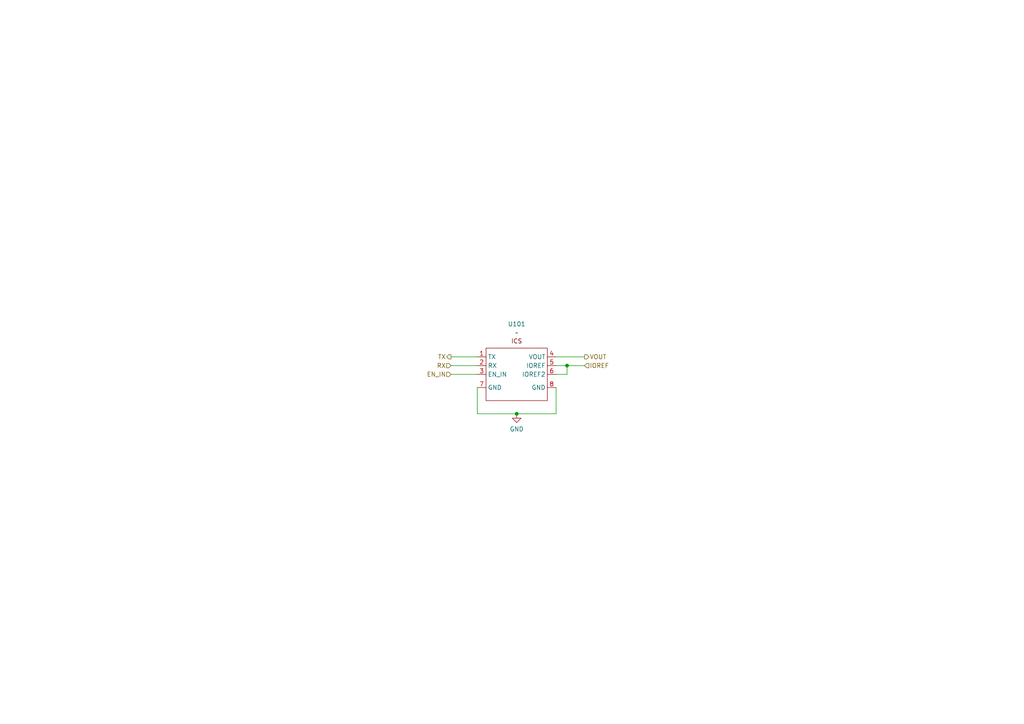
<source format=kicad_sch>
(kicad_sch
	(version 20231120)
	(generator "eeschema")
	(generator_version "8.0")
	(uuid "ca439061-0b3b-4935-b71d-3942d04dfcf2")
	(paper "A4")
	(lib_symbols
		(symbol "WOBCLibrary:ICS"
			(exclude_from_sim no)
			(in_bom yes)
			(on_board yes)
			(property "Reference" "U"
				(at 0 8.382 0)
				(effects
					(font
						(size 1.27 1.27)
					)
				)
			)
			(property "Value" ""
				(at -2.54 0 0)
				(effects
					(font
						(size 1.27 1.27)
					)
				)
			)
			(property "Footprint" ""
				(at -2.54 0 0)
				(effects
					(font
						(size 1.27 1.27)
					)
					(hide yes)
				)
			)
			(property "Datasheet" ""
				(at -2.54 0 0)
				(effects
					(font
						(size 1.27 1.27)
					)
					(hide yes)
				)
			)
			(property "Description" ""
				(at -2.54 0 0)
				(effects
					(font
						(size 1.27 1.27)
					)
					(hide yes)
				)
			)
			(symbol "ICS_0_1"
				(rectangle
					(start -8.89 3.81)
					(end 8.89 -11.43)
					(stroke
						(width 0)
						(type default)
					)
					(fill
						(type none)
					)
				)
			)
			(symbol "ICS_1_1"
				(text "ICS"
					(at 0 5.842 0)
					(effects
						(font
							(size 1.27 1.27)
						)
					)
				)
				(pin output line
					(at -11.43 1.27 0)
					(length 2.54)
					(name "TX"
						(effects
							(font
								(size 1.27 1.27)
							)
						)
					)
					(number "1"
						(effects
							(font
								(size 1.27 1.27)
							)
						)
					)
				)
				(pin input line
					(at -11.43 -1.27 0)
					(length 2.54)
					(name "RX"
						(effects
							(font
								(size 1.27 1.27)
							)
						)
					)
					(number "2"
						(effects
							(font
								(size 1.27 1.27)
							)
						)
					)
				)
				(pin input line
					(at -11.43 -3.81 0)
					(length 2.54)
					(name "EN_IN"
						(effects
							(font
								(size 1.27 1.27)
							)
						)
					)
					(number "3"
						(effects
							(font
								(size 1.27 1.27)
							)
						)
					)
				)
				(pin output line
					(at 11.43 1.27 180)
					(length 2.54)
					(name "VOUT"
						(effects
							(font
								(size 1.27 1.27)
							)
						)
					)
					(number "4"
						(effects
							(font
								(size 1.27 1.27)
							)
						)
					)
				)
				(pin input line
					(at 11.43 -1.27 180)
					(length 2.54)
					(name "IOREF"
						(effects
							(font
								(size 1.27 1.27)
							)
						)
					)
					(number "5"
						(effects
							(font
								(size 1.27 1.27)
							)
						)
					)
				)
				(pin input line
					(at 11.43 -3.81 180)
					(length 2.54)
					(name "IOREF2"
						(effects
							(font
								(size 1.27 1.27)
							)
						)
					)
					(number "6"
						(effects
							(font
								(size 1.27 1.27)
							)
						)
					)
				)
				(pin input line
					(at -11.43 -7.62 0)
					(length 2.54)
					(name "GND"
						(effects
							(font
								(size 1.27 1.27)
							)
						)
					)
					(number "7"
						(effects
							(font
								(size 1.27 1.27)
							)
						)
					)
				)
				(pin input line
					(at 11.43 -7.62 180)
					(length 2.54)
					(name "GND"
						(effects
							(font
								(size 1.27 1.27)
							)
						)
					)
					(number "8"
						(effects
							(font
								(size 1.27 1.27)
							)
						)
					)
				)
			)
		)
		(symbol "power:GND"
			(power)
			(pin_numbers hide)
			(pin_names
				(offset 0) hide)
			(exclude_from_sim no)
			(in_bom yes)
			(on_board yes)
			(property "Reference" "#PWR"
				(at 0 -6.35 0)
				(effects
					(font
						(size 1.27 1.27)
					)
					(hide yes)
				)
			)
			(property "Value" "GND"
				(at 0 -3.81 0)
				(effects
					(font
						(size 1.27 1.27)
					)
				)
			)
			(property "Footprint" ""
				(at 0 0 0)
				(effects
					(font
						(size 1.27 1.27)
					)
					(hide yes)
				)
			)
			(property "Datasheet" ""
				(at 0 0 0)
				(effects
					(font
						(size 1.27 1.27)
					)
					(hide yes)
				)
			)
			(property "Description" "Power symbol creates a global label with name \"GND\" , ground"
				(at 0 0 0)
				(effects
					(font
						(size 1.27 1.27)
					)
					(hide yes)
				)
			)
			(property "ki_keywords" "global power"
				(at 0 0 0)
				(effects
					(font
						(size 1.27 1.27)
					)
					(hide yes)
				)
			)
			(symbol "GND_0_1"
				(polyline
					(pts
						(xy 0 0) (xy 0 -1.27) (xy 1.27 -1.27) (xy 0 -2.54) (xy -1.27 -1.27) (xy 0 -1.27)
					)
					(stroke
						(width 0)
						(type default)
					)
					(fill
						(type none)
					)
				)
			)
			(symbol "GND_1_1"
				(pin power_in line
					(at 0 0 270)
					(length 0)
					(name "~"
						(effects
							(font
								(size 1.27 1.27)
							)
						)
					)
					(number "1"
						(effects
							(font
								(size 1.27 1.27)
							)
						)
					)
				)
			)
		)
	)
	(junction
		(at 149.86 120.015)
		(diameter 0)
		(color 0 0 0 0)
		(uuid "1d282216-1a13-4127-a480-2ec3371af971")
	)
	(junction
		(at 164.465 106.045)
		(diameter 0)
		(color 0 0 0 0)
		(uuid "7e280e4d-300b-4e39-b5e2-2336fec03b53")
	)
	(wire
		(pts
			(xy 149.86 120.015) (xy 161.29 120.015)
		)
		(stroke
			(width 0)
			(type default)
		)
		(uuid "000b836d-c46c-4e50-a574-ff3d5e581bc5")
	)
	(wire
		(pts
			(xy 130.81 106.045) (xy 138.43 106.045)
		)
		(stroke
			(width 0)
			(type default)
		)
		(uuid "0a8933a3-95db-40fe-960b-e091997e71a8")
	)
	(wire
		(pts
			(xy 130.81 103.505) (xy 138.43 103.505)
		)
		(stroke
			(width 0)
			(type default)
		)
		(uuid "3240088d-e666-45a5-8222-a5c5d0b29ab6")
	)
	(wire
		(pts
			(xy 164.465 106.045) (xy 169.545 106.045)
		)
		(stroke
			(width 0)
			(type default)
		)
		(uuid "54189fe0-2fef-4a3c-a098-ded12a53688e")
	)
	(wire
		(pts
			(xy 164.465 108.585) (xy 164.465 106.045)
		)
		(stroke
			(width 0)
			(type default)
		)
		(uuid "54f0610f-f1ec-431a-8cca-c18e8c8b368d")
	)
	(wire
		(pts
			(xy 138.43 112.395) (xy 138.43 120.015)
		)
		(stroke
			(width 0)
			(type default)
		)
		(uuid "5e2572be-9a18-4cab-ad15-fa8609dcaf46")
	)
	(wire
		(pts
			(xy 138.43 120.015) (xy 149.86 120.015)
		)
		(stroke
			(width 0)
			(type default)
		)
		(uuid "6291e995-7e19-4a06-9c76-cae2da5a6115")
	)
	(wire
		(pts
			(xy 161.29 103.505) (xy 169.545 103.505)
		)
		(stroke
			(width 0)
			(type default)
		)
		(uuid "78e8b106-83cf-471b-ac0c-97b0c4e7a268")
	)
	(wire
		(pts
			(xy 161.29 108.585) (xy 164.465 108.585)
		)
		(stroke
			(width 0)
			(type default)
		)
		(uuid "9f19be8d-209c-405e-951d-cb67b167232c")
	)
	(wire
		(pts
			(xy 161.29 120.015) (xy 161.29 112.395)
		)
		(stroke
			(width 0)
			(type default)
		)
		(uuid "b8d12b07-f7b5-4f00-8ace-daeb25620ae6")
	)
	(wire
		(pts
			(xy 130.81 108.585) (xy 138.43 108.585)
		)
		(stroke
			(width 0)
			(type default)
		)
		(uuid "c6b81ea1-c5d8-443e-ac19-9c15733704b2")
	)
	(wire
		(pts
			(xy 161.29 106.045) (xy 164.465 106.045)
		)
		(stroke
			(width 0)
			(type default)
		)
		(uuid "d312f144-c512-4b97-8aea-f0ba2f1b3fd5")
	)
	(hierarchical_label "RX"
		(shape input)
		(at 130.81 106.045 180)
		(fields_autoplaced yes)
		(effects
			(font
				(size 1.27 1.27)
			)
			(justify right)
		)
		(uuid "47355091-f922-4515-8492-ca821b581afe")
	)
	(hierarchical_label "IOREF"
		(shape input)
		(at 169.545 106.045 0)
		(fields_autoplaced yes)
		(effects
			(font
				(size 1.27 1.27)
			)
			(justify left)
		)
		(uuid "559812fb-948a-4a70-859d-ca1164128057")
	)
	(hierarchical_label "VOUT"
		(shape output)
		(at 169.545 103.505 0)
		(fields_autoplaced yes)
		(effects
			(font
				(size 1.27 1.27)
			)
			(justify left)
		)
		(uuid "56937f55-2122-430a-a951-79c53f570a25")
	)
	(hierarchical_label "EN_IN"
		(shape input)
		(at 130.81 108.585 180)
		(fields_autoplaced yes)
		(effects
			(font
				(size 1.27 1.27)
			)
			(justify right)
		)
		(uuid "d8bd1623-d9d9-4905-a581-d8b333cf80f4")
	)
	(hierarchical_label "TX"
		(shape output)
		(at 130.81 103.505 180)
		(fields_autoplaced yes)
		(effects
			(font
				(size 1.27 1.27)
			)
			(justify right)
		)
		(uuid "ef70846d-f320-40bb-87d9-39b22eed5609")
	)
	(symbol
		(lib_id "power:GND")
		(at 149.86 120.015 0)
		(unit 1)
		(exclude_from_sim no)
		(in_bom yes)
		(on_board yes)
		(dnp no)
		(fields_autoplaced yes)
		(uuid "953639c5-29a2-485e-8592-6dc707aca0f7")
		(property "Reference" "#PWR0101"
			(at 149.86 126.365 0)
			(effects
				(font
					(size 1.27 1.27)
				)
				(hide yes)
			)
		)
		(property "Value" "GND"
			(at 149.86 124.46 0)
			(effects
				(font
					(size 1.27 1.27)
				)
			)
		)
		(property "Footprint" ""
			(at 149.86 120.015 0)
			(effects
				(font
					(size 1.27 1.27)
				)
				(hide yes)
			)
		)
		(property "Datasheet" ""
			(at 149.86 120.015 0)
			(effects
				(font
					(size 1.27 1.27)
				)
				(hide yes)
			)
		)
		(property "Description" "Power symbol creates a global label with name \"GND\" , ground"
			(at 149.86 120.015 0)
			(effects
				(font
					(size 1.27 1.27)
				)
				(hide yes)
			)
		)
		(pin "1"
			(uuid "a0507606-55e0-4b7e-980e-2136472c8951")
		)
		(instances
			(project ""
				(path "/ca439061-0b3b-4935-b71d-3942d04dfcf2"
					(reference "#PWR0101")
					(unit 1)
				)
			)
		)
	)
	(symbol
		(lib_id "WOBCLibrary:ICS")
		(at 149.86 104.775 0)
		(unit 1)
		(exclude_from_sim no)
		(in_bom yes)
		(on_board yes)
		(dnp no)
		(fields_autoplaced yes)
		(uuid "9ac8f55c-4467-4ca4-a9cd-e78f46ffe39e")
		(property "Reference" "U101"
			(at 149.86 93.98 0)
			(effects
				(font
					(size 1.27 1.27)
				)
			)
		)
		(property "Value" "~"
			(at 149.86 96.52 0)
			(effects
				(font
					(size 1.27 1.27)
				)
			)
		)
		(property "Footprint" "WOBCLibrary:ICS"
			(at 147.32 104.775 0)
			(effects
				(font
					(size 1.27 1.27)
				)
				(hide yes)
			)
		)
		(property "Datasheet" ""
			(at 147.32 104.775 0)
			(effects
				(font
					(size 1.27 1.27)
				)
				(hide yes)
			)
		)
		(property "Description" ""
			(at 147.32 104.775 0)
			(effects
				(font
					(size 1.27 1.27)
				)
				(hide yes)
			)
		)
		(pin "4"
			(uuid "adf733f9-7173-4a94-8544-b637275b6f90")
		)
		(pin "5"
			(uuid "5725757c-5057-44b9-8913-16e59004b20d")
		)
		(pin "8"
			(uuid "60851d0e-4196-4954-9de7-385ee22fca13")
		)
		(pin "2"
			(uuid "087bc682-6dcc-4986-a764-31f07f366e88")
		)
		(pin "6"
			(uuid "6790579f-0db9-441d-b6e1-d8d42ea9500b")
		)
		(pin "7"
			(uuid "a2aee644-e168-4816-8a99-6fae8ead9029")
		)
		(pin "3"
			(uuid "01413a90-99f1-44a6-934f-4fda209cf10b")
		)
		(pin "1"
			(uuid "c2b7b18e-8252-48df-9729-7cbafc6ad21a")
		)
		(instances
			(project ""
				(path "/ca439061-0b3b-4935-b71d-3942d04dfcf2"
					(reference "U101")
					(unit 1)
				)
			)
		)
	)
	(sheet_instances
		(path "/"
			(page "1")
		)
	)
)

</source>
